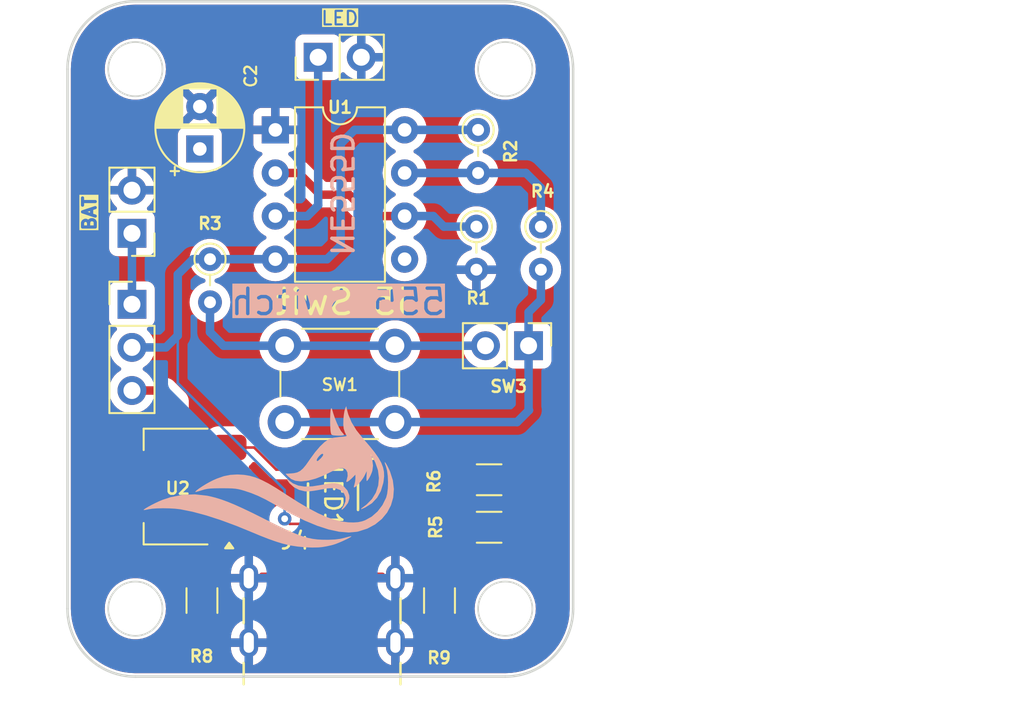
<source format=kicad_pcb>
(kicad_pcb (version 20240108) (generator "pcbnew") (generator_version "8.0")
  (layers (0 "F.Cu" signal) (31 "B.Cu" signal) (34 "B.Paste" user) (35 "F.Paste" user) (36 "B.SilkS" user "B.Silkscreen") (37 "F.SilkS" user "F.Silkscreen") (38 "B.Mask" user) (39 "F.Mask" user) (44 "Edge.Cuts" user))
  (net 0 "")
  (net 1 "Net-(C2-Pad1)")
  (net 2 "GND")
  (net 3 "Net-(U1-THR)")
  (net 4 "/VBAT")
  (net 5 "Net-(U1-DIS)")
  (net 7 "Net-(J4-CC1)")
  (net 8 "/VUSB")
  (net 9 "Net-(J3-Pin_1)")
  (net 10 "Net-(J4-CC2)")
  (net 11 "Net-(LED1-GND-Pad4)")
  (net 12 "/3V3")
  (net 13 "Net-(LED1-GND-Pad1)")
  (net 14 "VCC")
  (footprint "Package_TO_SOT_SMD:SOT-223-3_TabPin2" (layer "F.Cu") (at 116 115 180)
    (property "Reference" "U2" (at -0.1 -0.1 0) (layer "F.SilkS") (effects (font (size 0.7 0.7))))
    (property "Value" "AMS1117-3V3")
    (fp_line (start 1.91 3.41) (end 1.91 2.15) (stroke (width 0.12)) (layer "F.SilkS"))
    (fp_line (start 1.91 -3.41) (end 1.91 -2.15) (stroke (width 0.12)) (layer "F.SilkS"))
    (fp_line (start -1.85 3.41) (end 1.91 3.41) (stroke (width 0.12)) (layer "F.SilkS"))
    (fp_line (start -1.85 -3.41) (end 1.91 -3.41) (stroke (width 0.12)) (layer "F.SilkS"))
    (fp_poly (pts (xy -3.13 -3.31) (xy -3.37 -3.64) (xy -2.89 -3.64) (xy -3.13 -3.31)) (stroke (width 0.12)) (fill solid) (layer "F.SilkS"))
    (pad "1" smd roundrect (at -3.15 -2.3 180) (size 2 1.5) (layers "F.Cu" "F.Paste" "F.Mask") (net 8 "/VUSB"))
    (pad "2" smd roundrect (at -3.15 0 180) (size 2 1.5) (layers "F.Cu" "F.Paste" "F.Mask") (net 2 "GND"))
    (pad "2" smd roundrect (at 3.15 0 180) (size 2 3.8) (layers "F.Cu" "F.Paste" "F.Mask") (net 2 "GND"))
    (pad "3" smd roundrect (at -3.15 2.3 180) (size 2 1.5) (layers "F.Cu" "F.Paste" "F.Mask") (net 12 "/3V3"))
  )
  (footprint "Capacitor_THT:CP_Radial_D5.0mm_P2.50mm" (layer "F.Cu") (at 117.4 95.105113 90)
    (property "Reference" "C2" (at 4.3 3 270) (layer "F.SilkS") (effects (font (size 0.7 0.7) (thickness 0.125))))
    (property "Value" "10uF")
    (fp_line (start 1.29 -2.58) (end 1.29 2.58) (stroke (width 0.12)) (layer "F.SilkS"))
    (fp_line (start 1.25 -2.58) (end 1.25 2.58) (stroke (width 0.12)) (layer "F.SilkS"))
    (fp_line (start 1.33 -2.579) (end 1.33 2.579) (stroke (width 0.12)) (layer "F.SilkS"))
    (fp_line (start 1.37 -2.578) (end 1.37 2.578) (stroke (width 0.12)) (layer "F.SilkS"))
    (fp_line (start 1.41 -2.576) (end 1.41 2.576) (stroke (width 0.12)) (layer "F.SilkS"))
    (fp_line (start 1.45 -2.573) (end 1.45 2.573) (stroke (width 0.12)) (layer "F.SilkS"))
    (fp_line (start 1.49 -2.569) (end 1.49 -1.04) (stroke (width 0.12)) (layer "F.SilkS"))
    (fp_line (start 1.53 -2.565) (end 1.53 -1.04) (stroke (width 0.12)) (layer "F.SilkS"))
    (fp_line (start 1.57 -2.561) (end 1.57 -1.04) (stroke (width 0.12)) (layer "F.SilkS"))
    (fp_line (start 1.61 -2.556) (end 1.61 -1.04) (stroke (width 0.12)) (layer "F.SilkS"))
    (fp_line (start 1.65 -2.55) (end 1.65 -1.04) (stroke (width 0.12)) (layer "F.SilkS"))
    (fp_line (start 1.69 -2.543) (end 1.69 -1.04) (stroke (width 0.12)) (layer "F.SilkS"))
    (fp_line (start 1.73 -2.536) (end 1.73 -1.04) (stroke (width 0.12)) (layer "F.SilkS"))
    (fp_line (start 1.77 -2.528) (end 1.77 -1.04) (stroke (width 0.12)) (layer "F.SilkS"))
    (fp_line (start 1.81 -2.52) (end 1.81 -1.04) (stroke (width 0.12)) (layer "F.SilkS"))
    (fp_line (start 1.85 -2.511) (end 1.85 -1.04) (stroke (width 0.12)) (layer "F.SilkS"))
    (fp_line (start 1.89 -2.501) (end 1.89 -1.04) (stroke (width 0.12)) (layer "F.SilkS"))
    (fp_line (start 1.93 -2.491) (end 1.93 -1.04) (stroke (width 0.12)) (layer "F.SilkS"))
    (fp_line (start 1.971 -2.48) (end 1.971 -1.04) (stroke (width 0.12)) (layer "F.SilkS"))
    (fp_line (start 2.011 -2.468) (end 2.011 -1.04) (stroke (width 0.12)) (layer "F.SilkS"))
    (fp_line (start 2.051 -2.455) (end 2.051 -1.04) (stroke (width 0.12)) (layer "F.SilkS"))
    (fp_line (start 2.091 -2.442) (end 2.091 -1.04) (stroke (width 0.12)) (layer "F.SilkS"))
    (fp_line (start 2.131 -2.428) (end 2.131 -1.04) (stroke (width 0.12)) (layer "F.SilkS"))
    (fp_line (start 2.171 -2.414) (end 2.171 -1.04) (stroke (width 0.12)) (layer "F.SilkS"))
    (fp_line (start 2.211 -2.398) (end 2.211 -1.04) (stroke (width 0.12)) (layer "F.SilkS"))
    (fp_line (start 2.251 -2.382) (end 2.251 -1.04) (stroke (width 0.12)) (layer "F.SilkS"))
    (fp_line (start 2.291 -2.365) (end 2.291 -1.04) (stroke (width 0.12)) (layer "F.SilkS"))
    (fp_line (start 2.331 -2.348) (end 2.331 -1.04) (stroke (width 0.12)) (layer "F.SilkS"))
    (fp_line (start 2.371 -2.329) (end 2.371 -1.04) (stroke (width 0.12)) (layer "F.SilkS"))
    (fp_line (start 2.411 -2.31) (end 2.411 -1.04) (stroke (width 0.12)) (layer "F.SilkS"))
    (fp_line (start 2.451 -2.29) (end 2.451 -1.04) (stroke (width 0.12)) (layer "F.SilkS"))
    (fp_line (start 2.491 -2.268) (end 2.491 -1.04) (stroke (width 0.12)) (layer "F.SilkS"))
    (fp_line (start 2.531 -2.247) (end 2.531 -1.04) (stroke (width 0.12)) (layer "F.SilkS"))
    (fp_line (start 2.571 -2.224) (end 2.571 -1.04) (stroke (width 0.12)) (layer "F.SilkS"))
    (fp_line (start 2.611 -2.2) (end 2.611 -1.04) (stroke (width 0.12)) (layer "F.SilkS"))
    (fp_line (start 2.651 -2.175) (end 2.651 -1.04) (stroke (width 0.12)) (layer "F.SilkS"))
    (fp_line (start 2.691 -2.149) (end 2.691 -1.04) (stroke (width 0.12)) (layer "F.SilkS"))
    (fp_line (start 2.731 -2.122) (end 2.731 -1.04) (stroke (width 0.12)) (layer "F.SilkS"))
    (fp_line (start 2.771 -2.095) (end 2.771 -1.04) (stroke (width 0.12)) (layer "F.SilkS"))
    (fp_line (start 2.811 -2.065) (end 2.811 -1.04) (stroke (width 0.12)) (layer "F.SilkS"))
    (fp_line (start 2.851 -2.035) (end 2.851 -1.04) (stroke (width 0.12)) (layer "F.SilkS"))
    (fp_line (start 2.891 -2.004) (end 2.891 -1.04) (stroke (width 0.12)) (layer "F.SilkS"))
    (fp_line (start 2.931 -1.971) (end 2.931 -1.04) (stroke (width 0.12)) (layer "F.SilkS"))
    (fp_line (start 2.971 -1.937) (end 2.971 -1.04) (stroke (width 0.12)) (layer "F.SilkS"))
    (fp_line (start 3.011 -1.901) (end 3.011 -1.04) (stroke (width 0.12)) (layer "F.SilkS"))
    (fp_line (start 3.051 -1.864) (end 3.051 -1.04) (stroke (width 0.12)) (layer "F.SilkS"))
    (fp_line (start 3.091 -1.826) (end 3.091 -1.04) (stroke (width 0.12)) (layer "F.SilkS"))
    (fp_line (start 3.131 -1.785) (end 3.131 -1.04) (stroke (width 0.12)) (layer "F.SilkS"))
    (fp_line (start 3.171 -1.743) (end 3.171 -1.04) (stroke (width 0.12)) (layer "F.SilkS"))
    (fp_line (start -1.304775 -1.725) (end -1.304775 -1.225) (stroke (width 0.12)) (layer "F.SilkS"))
    (fp_line (start 3.211 -1.699) (end 3.211 -1.04) (stroke (width 0.12)) (layer "F.SilkS"))
    (fp_line (start 3.251 -1.653) (end 3.251 -1.04) (stroke (width 0.12)) (layer "F.SilkS"))
    (fp_line (start 3.291 -1.605) (end 3.291 -1.04) (stroke (width 0.12)) (layer "F.SilkS"))
    (fp_line (start 3.331 -1.554) (end 3.331 -1.04) (stroke (width 0.12)) (layer "F.SilkS"))
    (fp_line (start 3.371 -1.5) (end 3.371 -1.04) (stroke (width 0.12)) (layer "F.SilkS"))
    (fp_line (start -1.554775 -1.475) (end -1.054775 -1.475) (stroke (width 0.12)) (layer "F.SilkS"))
    (fp_line (start 3.411 -1.443) (end 3.411 -1.04) (stroke (width 0.12)) (layer "F.SilkS"))
    (fp_line (start 3.451 -1.383) (end 3.451 -1.04) (stroke (width 0.12)) (layer "F.SilkS"))
    (fp_line (start 3.491 -1.319) (end 3.491 -1.04) (stroke (width 0.12)) (layer "F.SilkS"))
    (fp_line (start 3.531 -1.251) (end 3.531 -1.04) (stroke (width 0.12)) (layer "F.SilkS"))
    (fp_line (start 3.571 -1.178) (end 3.571 1.178) (stroke (width 0.12)) (layer "F.SilkS"))
    (fp_line (start 3.611 -1.098) (end 3.611 1.098) (stroke (width 0.12)) (layer "F.SilkS"))
    (fp_line (start 3.651 -1.011) (end 3.651 1.011) (stroke (width 0.12)) (layer "F.SilkS"))
    (fp_line (start 3.691 -0.915) (end 3.691 0.915) (stroke (width 0.12)) (layer "F.SilkS"))
    (fp_line (start 3.731 -0.805) (end 3.731 0.805) (stroke (width 0.12)) (layer "F.SilkS"))
    (fp_line (start 3.771 -0.677) (end 3.771 0.677) (stroke (width 0.12)) (layer "F.SilkS"))
    (fp_line (start 3.811 -0.518) (end 3.811 0.518) (stroke (width 0.12)) (layer "F.SilkS"))
    (fp_line (start 3.851 -0.284) (end 3.851 0.284) (stroke (width 0.12)) (layer "F.SilkS"))
    (fp_line (start 3.531 1.04) (end 3.531 1.251) (stroke (width 0.12)) (layer "F.SilkS"))
    (fp_line (start 3.491 1.04) (end 3.491 1.319) (stroke (width 0.12)) (layer "F.SilkS"))
    (fp_line (start 3.451 1.04) (end 3.451 1.383) (stroke (width 0.12)) (layer "F.SilkS"))
    (fp_line (start 3.411 1.04) (end 3.411 1.443) (stroke (width 0.12)) (layer "F.SilkS"))
    (fp_line (start 3.371 1.04) (end 3.371 1.5) (stroke (width 0.12)) (layer "F.SilkS"))
    (fp_line (start 3.331 1.04) (end 3.331 1.554) (stroke (width 0.12)) (layer "F.SilkS"))
    (fp_line (start 3.291 1.04) (end 3.291 1.605) (stroke (width 0.12)) (layer "F.SilkS"))
    (fp_line (start 3.251 1.04) (end 3.251 1.653) (stroke (width 0.12)) (layer "F.SilkS"))
    (fp_line (start 3.211 1.04) (end 3.211 1.699) (stroke (width 0.12)) (layer "F.SilkS"))
    (fp_line (start 3.171 1.04) (end 3.171 1.743) (stroke (width 0.12)) (layer "F.SilkS"))
    (fp_line (start 3.131 1.04) (end 3.131 1.785) (stroke (width 0.12)) (layer "F.SilkS"))
    (fp_line (start 3.091 1.04) (end 3.091 1.826) (stroke (width 0.12)) (layer "F.SilkS"))
    (fp_line (start 3.051 1.04) (end 3.051 1.864) (stroke (width 0.12)) (layer "F.SilkS"))
    (fp_line (start 3.011 1.04) (end 3.011 1.901) (stroke (width 0.12)) (layer "F.SilkS"))
    (fp_line (start 2.971 1.04) (end 2.971 1.937) (stroke (width 0.12)) (layer "F.SilkS"))
    (fp_line (start 2.931 1.04) (end 2.931 1.971) (stroke (width 0.12)) (layer "F.SilkS"))
    (fp_line (start 2.891 1.04) (end 2.891 2.004) (stroke (width 0.12)) (layer "F.SilkS"))
    (fp_line (start 2.851 1.04) (end 2.851 2.035) (stroke (width 0.12)) (layer "F.SilkS"))
    (fp_line (start 2.811 1.04) (end 2.811 2.065) (stroke (width 0.12)) (layer "F.SilkS"))
    (fp_line (start 2.771 1.04) (end 2.771 2.095) (stroke (width 0.12)) (layer "F.SilkS"))
    (fp_line (start 2.731 1.04) (end 2.731 2.122) (stroke (width 0.12)) (layer "F.SilkS"))
    (fp_line (start 2.691 1.04) (end 2.691 2.149) (stroke (width 0.12)) (layer "F.SilkS"))
    (fp_line (start 2.651 1.04) (end 2.651 2.175) (stroke (width 0.12)) (layer "F.SilkS"))
    (fp_line (start 2.611 1.04) (end 2.611 2.2) (stroke (width 0.12)) (layer "F.SilkS"))
    (fp_line (start 2.571 1.04) (end 2.571 2.224) (stroke (width 0.12)) (layer "F.SilkS"))
    (fp_line (start 2.531 1.04) (end 2.531 2.247) (stroke (width 0.12)) (layer "F.SilkS"))
    (fp_line (start 2.491 1.04) (end 2.491 2.268) (stroke (width 0.12)) (layer "F.SilkS"))
    (fp_line (start 2.451 1.04) (end 2.451 2.29) (stroke (width 0.12)) (layer "F.SilkS"))
    (fp_line (start 2.411 1.04) (end 2.411 2.31) (stroke (width 0.12)) (layer "F.SilkS"))
    (fp_line (start 2.371 1.04) (end 2.371 2.329) (stroke (width 0.12)) (layer "F.SilkS"))
    (fp_line (start 2.331 1.04) (end 2.331 2.348) (stroke (width 0.12)) (layer "F.SilkS"))
    (fp_line (start 2.291 1.04) (end 2.291 2.365) (stroke (width 0.12)) (layer "F.SilkS"))
    (fp_line (start 2.251 1.04) (end 2.251 2.382) (stroke (width 0.12)) (layer "F.SilkS"))
    (fp_line (start 2.211 1.04) (end 2.211 2.398) (stroke (width 0.12)) (layer "F.SilkS"))
    (fp_line (start 2.171 1.04) (end 2.171 2.414) (stroke (width 0.12)) (layer "F.SilkS"))
    (fp_line (start 2.131 1.04) (end 2.131 2.428) (stroke (width 0.12)) (layer "F.SilkS"))
    (fp_line (start 2.091 1.04) (end 2.091 2.442) (stroke (width 0.12)) (layer "F.SilkS"))
    (fp_line (start 2.051 1.04) (end 2.051 2.455) (stroke (width 0.12)) (layer "F.SilkS"))
    (fp_line (start 2.011 1.04) (end 2.011 2.468) (stroke (width 0.12)) (layer "F.SilkS"))
    (fp_line (start 1.971 1.04) (end 1.971 2.48) (stroke (width 0.12)) (layer "F.SilkS"))
    (fp_line (start 1.93 1.04) (end 1.93 2.491) (stroke (width 0.12)) (layer "F.SilkS"))
    (fp_line (start 1.89 1.04) (end 1.89 2.501) (stroke (width 0.12)) (layer "F.SilkS"))
    (fp_line (start 1.85 1.04) (end 1.85 2.511) (stroke (width 0.12)) (layer "F.SilkS"))
    (fp_line (start 1.81 1.04) (end 1.81 2.52) (stroke (width 0.12)) (layer "F.SilkS"))
    (fp_line (start 1.77 1.04) (end 1.77 2.528) (stroke (width 0.12)) (layer "F.SilkS"))
    (fp_line (start 1.73 1.04) (end 1.73 2.536) (stroke (width 0.12)) (layer "F.SilkS"))
    (fp_line (start 1.69 1.04) (end 1.69 2.543) (stroke (width 0.12)) (layer "F.SilkS"))
    (fp_line (start 1.65 1.04) (end 1.65 2.55) (stroke (width 0.12)) (layer "F.SilkS"))
    (fp_line (start 1.61 1.04) (end 1.61 2.556) (stroke (width 0.12)) (layer "F.SilkS"))
    (fp_line (start 1.57 1.04) (end 1.57 2.561) (stroke (width 0.12)) (layer "F.SilkS"))
    (fp_line (start 1.53 1.04) (end 1.53 2.565) (stroke (width 0.12)) (layer "F.SilkS"))
    (fp_line (start 1.49 1.04) (end 1.49 2.569) (stroke (width 0.12)) (layer "F.SilkS"))
    (fp_circle (center 1.25 0) (end 3.87 0) (stroke (width 0.12)) (fill none) (layer "F.SilkS"))
    (pad "1" thru_hole rect (at 0 0 90) (size 1.6 1.6) (drill 0.8) (layers "*.Cu" "*.Mask") (net 1 "Net-(C2-Pad1)"))
    (pad "2" thru_hole circle (at 2.5 0 90) (size 1.6 1.6) (drill 0.8) (layers "*.Cu" "*.Mask") (net 2 "GND"))
  )
  (footprint "Package_DIP:DIP-8_W7.62mm" (layer "F.Cu") (at 121.85 93.98)
    (property "Reference" "U1" (at 3.81 -1.33 0) (layer "F.SilkS") (effects (font (size 0.7 0.7))))
    (property "Value" "NE555D")
    (fp_line (start 1.16 -1.33) (end 1.16 8.95) (stroke (width 0.12)) (layer "F.SilkS"))
    (fp_line (start 1.16 8.95) (end 6.46 8.95) (stroke (width 0.12)) (layer "F.SilkS"))
    (fp_line (start 2.81 -1.33) (end 1.16 -1.33) (stroke (width 0.12)) (layer "F.SilkS"))
    (fp_line (start 6.46 -1.33) (end 4.81 -1.33) (stroke (width 0.12)) (layer "F.SilkS"))
    (fp_line (start 6.46 8.95) (end 6.46 -1.33) (stroke (width 0.12)) (layer "F.SilkS"))
    (fp_arc (start 4.81 -1.33) (mid 3.81 -0.33) (end 2.81 -1.33) (stroke (width 0.12)) (layer "F.SilkS"))
    (pad "1" thru_hole rect (at 0 0) (size 1.6 1.6) (drill 0.8) (layers "*.Cu" "*.Mask") (net 2 "GND"))
    (pad "2" thru_hole oval (at 0 2.54) (size 1.6 1.6) (drill 0.8) (layers "*.Cu" "*.Mask") (net 3 "Net-(U1-THR)"))
    (pad "3" thru_hole oval (at 0 5.08) (size 1.6 1.6) (drill 0.8) (layers "*.Cu" "*.Mask") (net 9 "Net-(J3-Pin_1)"))
    (pad "4" thru_hole oval (at 0 7.62) (size 1.6 1.6) (drill 0.8) (layers "*.Cu" "*.Mask") (net 14 "VCC"))
    (pad "5" thru_hole oval (at 7.62 7.62) (size 1.6 1.6) (drill 0.8) (layers "*.Cu" "*.Mask"))
    (pad "6" thru_hole oval (at 7.62 5.08) (size 1.6 1.6) (drill 0.8) (layers "*.Cu" "*.Mask") (net 3 "Net-(U1-THR)"))
    (pad "7" thru_hole oval (at 7.62 2.54) (size 1.6 1.6) (drill 0.8) (layers "*.Cu" "*.Mask") (net 5 "Net-(U1-DIS)"))
    (pad "8" thru_hole oval (at 7.62 0) (size 1.6 1.6) (drill 0.8) (layers "*.Cu" "*.Mask") (net 14 "VCC"))
  )
  (footprint "Resistor_THT:R_Axial_DIN0204_L3.6mm_D1.6mm_P2.54mm_Vertical" (layer "F.Cu") (at 137.5 99.68 -90)
    (property "Reference" "R4" (at -2.08 -0.1 0) (layer "F.SilkS") (effects (font (size 0.7 0.7))))
    (property "Value" "10k")
    (fp_line (start 0.92 0) (end 1.54 0) (stroke (width 0.12)) (layer "F.SilkS"))
    (fp_circle (center 0 0) (end 0.92 0) (stroke (width 0.12)) (fill none) (layer "F.SilkS"))
    (pad "1" thru_hole circle (at 0 0 270) (size 1.4 1.4) (drill 0.7) (layers "*.Cu" "*.Mask") (net 5 "Net-(U1-DIS)"))
    (pad "2" thru_hole oval (at 2.54 0 270) (size 1.4 1.4) (drill 0.7) (layers "*.Cu" "*.Mask") (net 1 "Net-(C2-Pad1)"))
  )
  (footprint "Resistor_SMD:R_1206_3216Metric_Pad1.30x1.75mm_HandSolder" (layer "F.Cu") (at 134.45 117.4)
    (property "Reference" "R5" (at -3.15 0 90) (layer "F.SilkS") (effects (font (size 0.7 0.7))))
    (property "Value" "5k1")
    (fp_line (start -0.727064 -0.91) (end 0.727064 -0.91) (stroke (width 0.12)) (layer "F.SilkS"))
    (fp_line (start -0.727064 0.91) (end 0.727064 0.91) (stroke (width 0.12)) (layer "F.SilkS"))
    (pad "1" smd roundrect (at -1.55 0) (size 1.3 1.75) (layers "F.Cu" "F.Paste" "F.Mask") (roundrect_rratio 0.192308) (net 11 "Net-(LED1-GND-Pad4)"))
    (pad "2" smd roundrect (at 1.55 0) (size 1.3 1.75) (layers "F.Cu" "F.Paste" "F.Mask") (roundrect_rratio 0.192308) (net 2 "GND"))
  )
  (footprint "Connector_PinHeader_2.54mm:PinHeader_1x02_P2.54mm_Vertical" (layer "F.Cu") (at 113.4 100.075 180)
    (property "Reference" "J1" (hide yes))
    (property "Value" "3V3")
    (fp_line (start 1.33 1.27) (end 1.33 3.87) (stroke (width 0.12)) (layer "F.SilkS"))
    (fp_line (start -1.33 3.87) (end 1.33 3.87) (stroke (width 0.12)) (layer "F.SilkS"))
    (fp_line (start -1.33 1.27) (end 1.33 1.27) (stroke (width 0.12)) (layer "F.SilkS"))
    (fp_line (start -1.33 1.27) (end -1.33 3.87) (stroke (width 0.12)) (layer "F.SilkS"))
    (fp_line (start -1.33 0) (end -1.33 -1.33) (stroke (width 0.12)) (layer "F.SilkS"))
    (fp_line (start -1.33 -1.33) (end 0 -1.33) (stroke (width 0.12)) (layer "F.SilkS"))
    (pad "1" thru_hole rect (at 0 0 180) (size 1.7 1.7) (drill 1) (layers "*.Cu" "*.Mask") (net 4 "/VBAT"))
    (pad "2" thru_hole oval (at 0 2.54 180) (size 1.7 1.7) (drill 1) (layers "*.Cu" "*.Mask") (net 2 "GND"))
  )
  (footprint "Alexander Footprint Library:USB-C MOLEX 2171750001" (layer "F.Cu") (at 124.605 126.8)
    (property "Reference" "J4" (at -1.5875 -8.605 0) (layer "F.SilkS"))
    (property "Value" "USB-C_Receptacle_PowerOnly_6P_MOLEX-2171750001")
    (fp_line (start -4.62 -3.75) (end -4.62 -5.2) (stroke (width 0.15)) (layer "F.SilkS"))
    (fp_line (start -4.62 -0.15) (end -4.62 -1.4) (stroke (width 0.15)) (layer "F.SilkS"))
    (fp_line (start 4.62 -3.75) (end 4.62 -5.2) (stroke (width 0.15)) (layer "F.SilkS"))
    (fp_line (start 4.62 -0.15) (end 4.62 -1.4) (stroke (width 0.15)) (layer "F.SilkS"))
    (pad "A5" smd rect (at -0.5 -6.48) (size 0.7 1.2) (layers "F.Cu" "F.Paste") (net 7 "Net-(J4-CC1)"))
    (pad "A9" smd rect (at 1.52 -6.48) (size 0.76 1.2) (layers "F.Cu" "F.Paste") (net 8 "/VUSB"))
    (pad "A12" smd rect (at 2.75 -6.48) (size 0.8 1.2) (layers "F.Cu" "F.Paste") (net 2 "GND"))
    (pad "B5" smd rect (at 0.5 -6.48) (size 0.7 1.2) (layers "F.Cu" "F.Paste") (net 10 "Net-(J4-CC2)"))
    (pad "B9" smd rect (at -1.52 -6.48) (size 0.76 1.2) (layers "F.Cu" "F.Paste") (net 8 "/VUSB"))
    (pad "B12" smd rect (at -2.75 -6.48) (size 0.8 1.2) (layers "F.Cu" "F.Paste") (net 2 "GND"))
    (pad "S1" thru_hole oval (at -4.32 -2.6) (size 1.1 1.7) (drill oval 0.6 1.2) (layers "*.Cu" "*.Mask") (net 2 "GND"))
    (pad "S2" thru_hole oval (at 4.32 -2.6) (size 1.1 1.7) (drill oval 0.6 1.2) (layers "*.Cu" "*.Mask") (net 2 "GND"))
    (pad "S3" thru_hole oval (at -4.32 -6.4) (size 1.1 1.7) (drill oval 0.6 1.2) (layers "*.Cu" "*.Mask") (net 2 "GND"))
    (pad "S4" thru_hole oval (at 4.32 -6.4) (size 1.1 1.7) (drill oval 0.6 1.2) (layers "*.Cu" "*.Mask") (net 2 "GND"))
  )
  (footprint "Alexander Footprint Library:B1552_HVK-M" (layer "F.Cu") (at 125.249999 115.6002 -90)
    (property "Reference" "LED1" (at 0 0 -90) (layer "F.SilkS"))
    (property "Value" "LED-RED-GREEN-B1552USUG20D")
    (fp_line (start -0.777373 1.4732) (end 0.777373 1.4732) (stroke (width 0.1524)) (layer "F.SilkS"))
    (fp_line (start -0.777373 -1.4732) (end 0.777373 -1.4732) (stroke (width 0.1524)) (layer "F.SilkS"))
    (fp_text user "*" (at -2.2352 -1.8041 -90) (layer "F.SilkS"))
    (fp_text user "*" (at -2.2352 -1.8041 90) (layer "F.SilkS"))
    (pad "1" smd rect (at -1.6002 -0.750001 270) (size 1.1176 1.0414) (layers "F.Cu" "F.Paste" "F.Mask") (net 13 "Net-(LED1-GND-Pad1)"))
    (pad "2" smd rect (at -1.6002 0.750001 270) (size 1.1176 1.0414) (layers "F.Cu" "F.Paste" "F.Mask") (net 12 "/3V3"))
    (pad "3" smd rect (at 1.6002 0.750001 270) (size 1.1176 1.0414) (layers "F.Cu" "F.Paste" "F.Mask") (net 14 "VCC"))
    (pad "4" smd rect (at 1.6002 -0.750001 270) (size 1.1176 1.0414) (layers "F.Cu" "F.Paste" "F.Mask") (net 11 "Net-(LED1-GND-Pad4)"))
  )
  (footprint "Resistor_SMD:R_1206_3216Metric_Pad1.30x1.75mm_HandSolder" (layer "F.Cu") (at 117.525 121.72 -90)
    (property "Reference" "R8" (at 3.28 0.025 0) (layer "F.SilkS") (effects (font (size 0.7 0.7))))
    (property "Value" "5K7")
    (fp_line (start -0.727064 0.91) (end 0.727064 0.91) (stroke (width 0.12)) (layer "F.SilkS"))
    (fp_line (start -0.727064 -0.91) (end 0.727064 -0.91) (stroke (width 0.12)) (layer "F.SilkS"))
    (pad "1" smd roundrect (at -1.55 0 270) (size 1.3 1.75) (layers "F.Cu" "F.Paste" "F.Mask") (roundrect_rratio 0.192308) (net 2 "GND"))
    (pad "2" smd roundrect (at 1.55 0 270) (size 1.3 1.75) (layers "F.Cu" "F.Paste" "F.Mask") (roundrect_rratio 0.192308) (net 7 "Net-(J4-CC1)"))
  )
  (footprint "Connector_PinHeader_2.54mm:PinHeader_1x03_P2.54mm_Vertical" (layer "F.Cu") (at 113.4 104.26)
    (property "Reference" "SW2" (hide yes))
    (property "Value" "SW_SPDT")
    (fp_line (start -1.33 -1.33) (end 0 -1.33) (stroke (width 0.12)) (layer "F.SilkS"))
    (fp_line (start -1.33 0) (end -1.33 -1.33) (stroke (width 0.12)) (layer "F.SilkS"))
    (fp_line (start -1.33 1.27) (end -1.33 6.41) (stroke (width 0.12)) (layer "F.SilkS"))
    (fp_line (start -1.33 1.27) (end 1.33 1.27) (stroke (width 0.12)) (layer "F.SilkS"))
    (fp_line (start -1.33 6.41) (end 1.33 6.41) (stroke (width 0.12)) (layer "F.SilkS"))
    (fp_line (start 1.33 1.27) (end 1.33 6.41) (stroke (width 0.12)) (layer "F.SilkS"))
    (pad "1" thru_hole rect (at 0 0) (size 1.7 1.7) (drill 1) (layers "*.Cu" "*.Mask") (net 4 "/VBAT"))
    (pad "2" thru_hole oval (at 0 2.54) (size 1.7 1.7) (drill 1) (layers "*.Cu" "*.Mask") (net 14 "VCC"))
    (pad "3" thru_hole oval (at 0 5.08) (size 1.7 1.7) (drill 1) (layers "*.Cu" "*.Mask") (net 12 "/3V3"))
  )
  (footprint "Resistor_SMD:R_1206_3216Metric_Pad1.30x1.75mm_HandSolder" (layer "F.Cu") (at 134.45 114.6)
    (property "Reference" "R6" (at -3.25 0.1 90) (layer "F.SilkS") (effects (font (size 0.7 0.7))))
    (property "Value" "5k1")
    (fp_line (start -0.727064 -0.91) (end 0.727064 -0.91) (stroke (width 0.12)) (layer "F.SilkS"))
    (fp_line (start -0.727064 0.91) (end 0.727064 0.91) (stroke (width 0.12)) (layer "F.SilkS"))
    (pad "1" smd roundrect (at -1.55 0) (size 1.3 1.75) (layers "F.Cu" "F.Paste" "F.Mask") (roundrect_rratio 0.192308) (net 13 "Net-(LED1-GND-Pad1)"))
    (pad "2" smd roundrect (at 1.55 0) (size 1.3 1.75) (layers "F.Cu" "F.Paste" "F.Mask") (roundrect_rratio 0.192308) (net 2 "GND"))
  )
  (footprint "Resistor_SMD:R_1206_3216Metric_Pad1.30x1.75mm_HandSolder" (layer "F.Cu") (at 131.525 121.72 -90)
    (property "Reference" "R9" (at 3.38 0.025 0) (layer "F.SilkS") (effects (font (size 0.7 0.7))))
    (property "Value" "5K7")
    (fp_line (start -0.727064 0.91) (end 0.727064 0.91) (stroke (width 0.12)) (layer "F.SilkS"))
    (fp_line (start -0.727064 -0.91) (end 0.727064 -0.91) (stroke (width 0.12)) (layer "F.SilkS"))
    (pad "1" smd roundrect (at -1.55 0 270) (size 1.3 1.75) (layers "F.Cu" "F.Paste" "F.Mask") (roundrect_rratio 0.192308) (net 2 "GND"))
    (pad "2" smd roundrect (at 1.55 0 270) (size 1.3 1.75) (layers "F.Cu" "F.Paste" "F.Mask") (roundrect_rratio 0.192308) (net 10 "Net-(J4-CC2)"))
  )
  (footprint "Resistor_THT:R_Axial_DIN0204_L3.6mm_D1.6mm_P2.54mm_Vertical" (layer "F.Cu") (at 133.7 99.68 -90)
    (property "Reference" "R1" (at 4.22 -0.1 0) (layer "F.SilkS") (effects (font (size 0.7 0.7))))
    (property "Value" "10k")
    (fp_line (start 0.92 0) (end 1.54 0) (stroke (width 0.12)) (layer "F.SilkS"))
    (fp_circle (center 0 0) (end 0.92 0) (stroke (width 0.12)) (fill none) (layer "F.SilkS"))
    (pad "1" thru_hole circle (at 0 0 270) (size 1.4 1.4) (drill 0.7) (layers "*.Cu" "*.Mask") (net 3 "Net-(U1-THR)"))
    (pad "2" thru_hole oval (at 2.54 0 270) (size 1.4 1.4) (drill 0.7) (layers "*.Cu" "*.Mask") (net 2 "GND"))
  )
  (footprint "Resistor_THT:R_Axial_DIN0204_L3.6mm_D1.6mm_P2.54mm_Vertical" (layer "F.Cu") (at 133.8 93.98 -90)
    (property "Reference" "R2" (at 1.27 -1.92 90) (layer "F.SilkS") (effects (font (size 0.7 0.7))))
    (property "Value" "10k")
    (fp_line (start 0.92 0) (end 1.54 0) (stroke (width 0.12)) (layer "F.SilkS"))
    (fp_circle (center 0 0) (end 0.92 0) (stroke (width 0.12)) (fill none) (layer "F.SilkS"))
    (pad "1" thru_hole circle (at 0 0 270) (size 1.4 1.4) (drill 0.7) (layers "*.Cu" "*.Mask") (net 14 "VCC"))
    (pad "2" thru_hole oval (at 2.54 0 270) (size 1.4 1.4) (drill 0.7) (layers "*.Cu" "*.Mask") (net 5 "Net-(U1-DIS)"))
  )
  (footprint "Connector_PinHeader_2.54mm:PinHeader_1x02_P2.54mm_Vertical" (layer "F.Cu") (at 124.375 89.7 90)
    (property "Reference" "J3" (hide yes))
    (property "Value" "OUT")
    (fp_line (start -1.33 -1.33) (end 0 -1.33) (stroke (width 0.12)) (layer "F.SilkS"))
    (fp_line (start -1.33 0) (end -1.33 -1.33) (stroke (width 0.12)) (layer "F.SilkS"))
    (fp_line (start 1.33 1.27) (end 1.33 3.87) (stroke (width 0.12)) (layer "F.SilkS"))
    (fp_line (start -1.33 1.27) (end 1.33 1.27) (stroke (width 0.12)) (layer "F.SilkS"))
    (fp_line (start -1.33 1.27) (end -1.33 3.87) (stroke (width 0.12)) (layer "F.SilkS"))
    (fp_line (start -1.33 3.87) (end 1.33 3.87) (stroke (width 0.12)) (layer "F.SilkS"))
    (pad "1" thru_hole rect (at 0 0 90) (size 1.7 1.7) (drill 1) (layers "*.Cu" "*.Mask") (net 9 "Net-(J3-Pin_1)"))
    (pad "2" thru_hole oval (at 0 2.54 90) (size 1.7 1.7) (drill 1) (layers "*.Cu" "*.Mask") (net 2 "GND"))
  )
  (footprint "Connector_PinHeader_2.54mm:PinHeader_1x02_P2.54mm_Vertical" (layer "F.Cu") (at 136.775 106.7 -90)
    (property "Reference" "SW3" (at 2.4 1.175 0) (layer "F.SilkS") (effects (font (size 0.7 0.7))))
    (property "Value" "SW_Reed")
    (fp_line (start -1.33 3.87) (end 1.33 3.87) (stroke (width 0.12)) (layer "F.SilkS"))
    (fp_line (start -1.33 1.27) (end -1.33 3.87) (stroke (width 0.12)) (layer "F.SilkS"))
    (fp_line (start -1.33 1.27) (end 1.33 1.27) (stroke (width 0.12)) (layer "F.SilkS"))
    (fp_line (start 1.33 1.27) (end 1.33 3.87) (stroke (width 0.12)) (layer "F.SilkS"))
    (fp_line (start -1.33 0) (end -1.33 -1.33) (stroke (width 0.12)) (layer "F.SilkS"))
    (fp_line (start -1.33 -1.33) (end 0 -1.33) (stroke (width 0.12)) (layer "F.SilkS"))
    (pad "1" thru_hole rect (at 0 0 270) (size 1.7 1.7) (drill 1) (layers "*.Cu" "*.Mask") (net 1 "Net-(C2-Pad1)"))
    (pad "2" thru_hole oval (at 0 2.54 270) (size 1.7 1.7) (drill 1) (layers "*.Cu" "*.Mask") (net 3 "Net-(U1-THR)"))
  )
  (footprint "Resistor_THT:R_Axial_DIN0204_L3.6mm_D1.6mm_P2.54mm_Vertical" (layer "F.Cu") (at 118 101.6 -90)
    (property "Reference" "R3" (at -2.1 0 0) (layer "F.SilkS") (effects (font (size 0.7 0.7))))
    (property "Value" "10k")
    (fp_line (start 0.92 0) (end 1.54 0) (stroke (width 0.12)) (layer "F.SilkS"))
    (fp_circle (center 0 0) (end 0.92 0) (stroke (width 0.12)) (fill none) (layer "F.SilkS"))
    (pad "1" thru_hole circle (at 0 0 270) (size 1.4 1.4) (drill 0.7) (layers "*.Cu" "*.Mask") (net 14 "VCC"))
    (pad "2" thru_hole oval (at 2.54 0 270) (size 1.4 1.4) (drill 0.7) (layers "*.Cu" "*.Mask") (net 3 "Net-(U1-THR)"))
  )
  (footprint "Button_Switch_THT:SW_PUSH_6mm" (layer "F.Cu") (at 122.4 106.7)
    (property "Reference" "SW1" (at 3.25 2.3 0) (layer "F.SilkS") (effects (font (size 0.7 0.7) (thickness 0.125))))
    (property "Value" "SW_Push")
    (fp_line (start -0.25 1.5) (end -0.25 3) (stroke (width 0.12)) (layer "F.SilkS"))
    (fp_line (start 1 5.5) (end 5.5 5.5) (stroke (width 0.12)) (layer "F.SilkS"))
    (fp_line (start 5.5 -1) (end 1 -1) (stroke (width 0.12)) (layer "F.SilkS"))
    (fp_line (start 6.75 3) (end 6.75 1.5) (stroke (width 0.12)) (layer "F.SilkS"))
    (pad "1" thru_hole circle (at 0 0 90) (size 2 2) (drill 1.1) (layers "*.Cu" "*.Mask") (net 3 "Net-(U1-THR)"))
    (pad "1" thru_hole circle (at 6.5 0 90) (size 2 2) (drill 1.1) (layers "*.Cu" "*.Mask") (net 3 "Net-(U1-THR)"))
    (pad "2" thru_hole circle (at 0 4.5 90) (size 2 2) (drill 1.1) (layers "*.Cu" "*.Mask") (net 1 "Net-(C2-Pad1)"))
    (pad "2" thru_hole circle (at 6.5 4.5 90) (size 2 2) (drill 1.1) (layers "*.Cu" "*.Mask") (net 1 "Net-(C2-Pad1)"))
  )
  (footprint "LOGO" (layer "B.Cu") (at 121.4 114.4 180)
    (property "Reference" "G***" (hide yes))
    (property "Value" "LOGO" (hide yes))
    (fp_poly (pts (xy -5.335668 -1.973085) (xy -5.363457 -2.000875) (xy -5.391247 -1.973085) (xy -5.363457 -1.945295)) (fill solid) (layer "B.SilkS"))
    (fp_poly (pts (xy -3.72712 3.989192) (xy -3.720697 3.973961) (xy -3.701102 3.866879) (xy -3.687804 3.678866) (xy -3.680882 3.439975) (xy -3.680421 3.180261) (xy -3.686502 2.929778) (xy -3.699208 2.718581) (xy -3.716893 2.584464) (xy -3.741095 2.495828) (xy -3.784399 2.444513) (xy -3.873902 2.418422) (xy -4.036701 2.405456) (xy -4.127166 2.40129) (xy -4.314775 2.400001) (xy -4.449213 2.412314) (xy -4.501944 2.435572) (xy -4.501969 2.436169) (xy -4.463752 2.510156) (xy -4.414064 2.560438) (xy -4.317104 2.679269) (xy -4.202066 2.879038) (xy -4.080896 3.133656) (xy -3.965538 3.417032) (xy -3.867936 3.703076) (xy -3.83055 3.835011) (xy -3.788365 3.978468) (xy -3.75726 4.025597)) (fill solid) (layer "B.SilkS"))
    (fp_poly (pts (xy -1.16813 -0.243105) (xy -1.254216 -0.368794) (xy -1.28983 -0.413219) (xy -1.537879 -0.635483) (xy -1.849965 -0.79747) (xy -2.187325 -0.881187) (xy -2.314341 -0.888735) (xy -2.497037 -0.877155) (xy -2.746282 -0.845689) (xy -3.020446 -0.800025) (xy -3.14804 -0.774864) (xy -3.516275 -0.710602) (xy -3.805925 -0.692046) (xy -4.04028 -0.720434) (xy -4.242632 -0.797) (xy -4.312229 -0.836658) (xy -4.497239 -1.008267) (xy -4.588805 -1.225532) (xy -4.584459 -1.470239) (xy -4.481739 -1.724177) (xy -4.44078 -1.786433) (xy -4.359302 -1.917364) (xy -4.351943 -1.969709) (xy -4.412174 -1.941384) (xy -4.533468 -1.830304) (xy -4.544045 -1.819408) (xy -4.734665 -1.563229) (xy -4.815304 -1.302684) (xy -4.806573 -1.114052) (xy -4.700145 -0.833593) (xy -4.503297 -0.610752) (xy -4.312939 -0.494963) (xy -4.14564 -0.432054) (xy -3.973801 -0.400998) (xy -3.772034 -0.401933) (xy -3.514951 -0.434994) (xy -3.177163 -0.500319) (xy -3.173511 -0.501089) (xy -2.63863 -0.587136) (xy -2.183217 -0.60137) (xy -1.801259 -0.543037) (xy -1.486742 -0.411382) (xy -1.292451 -0.264967) (xy -1.187436 -0.180532) (xy -1.145933 -0.176798)) (fill solid) (layer "B.SilkS"))
    (fp_poly (pts (xy 5.006815 -1.088445) (xy 5.716318 -1.225058) (xy 6.200827 -1.383806) (xy 6.403664 -1.468934) (xy 6.626548 -1.573239) (xy 6.848558 -1.685444) (xy 7.048775 -1.794268) (xy 7.20628 -1.888432) (xy 7.300154 -1.956656) (xy 7.315527 -1.984838) (xy 7.254956 -1.98449) (xy 7.122033 -1.961789) (xy 7.024333 -1.940189) (xy 6.806471 -1.906915) (xy 6.509925 -1.886858) (xy 6.16638 -1.879979) (xy 5.807519 -1.886237) (xy 5.465025 -1.905592) (xy 5.170583 -1.938004) (xy 5.141138 -1.942582) (xy 4.426362 -2.086382) (xy 3.63366 -2.298797) (xy 2.770609 -2.57741) (xy 1.844784 -2.919804) (xy 1.010836 -3.260583) (xy 0.441355 -3.497514) (xy -0.046623 -3.688235) (xy -0.469864 -3.838501) (xy -0.845133 -3.954062) (xy -1.189195 -4.040673) (xy -1.371928 -4.078191) (xy -1.768371 -4.138227) (xy -2.195636 -4.177783) (xy -2.616347 -4.195041) (xy -2.993123 -4.188182) (xy -3.212913 -4.167752) (xy -3.467108 -4.123955) (xy -3.736305 -4.064944) (xy -3.876552 -4.027934) (xy -4.038283 -3.972815) (xy -4.23561 -3.893936) (xy -4.4451 -3.802307) (xy -4.643316 -3.708932) (xy -4.806823 -3.624819) (xy -4.912187 -3.560974) (xy -4.93761 -3.529586) (xy -4.878362 -3.533932) (xy -4.740991 -3.564298) (xy -4.553715 -3.61434) (xy -4.52896 -3.621444) (xy -4.263761 -3.683348) (xy -3.968882 -3.720103) (xy -3.608736 -3.735703) (xy -3.501532 -3.73678) (xy -3.19922 -3.733182) (xy -2.919835 -3.716451) (xy -2.650591 -3.682285) (xy -2.378702 -3.626385) (xy -2.091382 -3.544451) (xy -1.775843 -3.432183) (xy -1.419301 -3.28528) (xy -1.008967 -3.099444) (xy -0.532057 -2.870373) (xy 0.024217 -2.593769) (xy 0.277899 -2.465774) (xy 0.908788 -2.151193) (xy 1.457458 -1.888515) (xy 1.937016 -1.672463) (xy 2.360572 -1.497764) (xy 2.741233 -1.359144) (xy 3.092107 -1.251328) (xy 3.426303 -1.169041) (xy 3.575896 -1.138716) (xy 4.289098 -1.059268)) (fill solid) (layer "B.SilkS"))
    (fp_poly (pts (xy -6.905998 0.758162) (xy -6.962759 0.600951) (xy -7.033118 0.344256) (xy -7.076378 0.016472) (xy -7.092183 -0.34585) (xy -7.080174 -0.706159) (xy -7.039992 -1.027906) (xy -6.980883 -1.250547) (xy -6.763375 -1.690507) (xy -6.474123 -2.069435) (xy -6.127243 -2.373404) (xy -5.73685 -2.588488) (xy -5.563615 -2.648878) (xy -5.327801 -2.699081) (xy -5.056923 -2.71721) (xy -4.755393 -2.708697) (xy -4.35446 -2.660239) (xy -3.927847 -2.556931) (xy -3.466953 -2.394884) (xy -2.963179 -2.17021) (xy -2.407923 -1.879024) (xy -1.792584 -1.517437) (xy -1.108562 -1.081562) (xy -1.0071 -1.01457) (xy -0.492206 -0.683257) (xy -0.044687 -0.419341) (xy 0.351284 -0.216499) (xy 0.71153 -0.068411) (xy 1.051879 0.031245) (xy 1.388155 0.088791) (xy 1.736184 0.110546) (xy 1.811196 0.11116) (xy 2.209545 0.08793) (xy 2.587906 0.011875) (xy 2.985773 -0.126555) (xy 3.220465 -0.229596) (xy 3.426096 -0.333288) (xy 3.645126 -0.457079) (xy 3.857915 -0.588021) (xy 4.044822 -0.71317) (xy 4.186205 -0.819577) (xy 4.262422 -0.894296) (xy 4.267621 -0.919833) (xy 4.208774 -0.913924) (xy 4.073957 -0.878799) (xy 3.892101 -0.822016) (xy 3.888205 -0.820718) (xy 3.725225 -0.77192) (xy 3.56218 -0.738179) (xy 3.373334 -0.71692) (xy 3.132947 -0.705567) (xy 2.815283 -0.701544) (xy 2.695624 -0.701384) (xy 2.35618 -0.703448) (xy 2.098843 -0.711561) (xy 1.894597 -0.729039) (xy 1.714421 -0.7592) (xy 1.529299 -0.805361) (xy 1.367243 -0.853246) (xy 0.950955 -0.993823) (xy 0.547075 -1.159732) (xy 0.126735 -1.364384) (xy -0.338935 -1.621188) (xy -0.542279 -1.74028) (xy -1.387822 -2.215648) (xy -2.179537 -2.606384) (xy -2.915301 -2.911815) (xy -3.59299 -3.131273) (xy -4.210479 -3.264085) (xy -4.765643 -3.30958) (xy -5.256358 -3.267087) (xy -5.328395 -3.252158) (xy -5.86764 -3.080586) (xy -6.335668 -2.830855) (xy -6.727607 -2.512655) (xy -7.038587 -2.135675) (xy -7.263735 -1.709605) (xy -7.39818 -1.244134) (xy -7.437052 -0.748952) (xy -7.375479 -0.233748) (xy -7.20859 0.291789) (xy -7.162597 0.396304) (xy -7.060917 0.603512) (xy -6.977088 0.750807) (xy -6.918438 0.830684) (xy -6.892299 0.835638)) (fill solid) (layer "B.SilkS"))
    (fp_poly (pts (xy -4.556503 3.973961) (xy -4.520533 3.840385) (xy -4.487756 3.634631) (xy -4.464038 3.395647) (xy -4.460134 3.333896) (xy -4.454225 3.038515) (xy -4.480237 2.807976) (xy -4.54713 2.598354) (xy -4.654092 2.383309) (xy -4.612375 2.364187) (xy -4.484682 2.344093) (xy -4.2961 2.32668) (xy -4.240174 2.323042) (xy -3.873323 2.277556) (xy -3.602294 2.191422) (xy -3.584521 2.182588) (xy -3.348899 2.020904) (xy -3.082371 1.766082) (xy -2.794532 1.428501) (xy -2.49498 1.018542) (xy -2.458084 0.964056) (xy -2.251081 0.669692) (xy -2.075655 0.459558) (xy -1.912351 0.319129) (xy -1.741716 0.23388) (xy -1.544295 0.189288) (xy -1.402354 0.175843) (xy -1.049214 0.153357) (xy -1.17767 0.015818) (xy -1.384103 -0.158726) (xy -1.620776 -0.258269) (xy -1.91889 -0.294599) (xy -2.000875 -0.295241) (xy -2.386755 -0.252234) (xy -2.829533 -0.133031) (xy -3.31108 0.056544) (xy -3.709428 0.253548) (xy -4.010174 0.401117) (xy -4.241961 0.478647) (xy -4.420301 0.48836) (xy -4.560706 0.432478) (xy -4.618459 0.38373) (xy -4.698395 0.231726) (xy -4.711815 0.024236) (xy -4.657293 -0.20412) (xy -4.643968 -0.236214) (xy -4.627839 -0.319252) (xy -4.677618 -0.328735) (xy -4.78048 -0.269581) (xy -4.9236 -0.146704) (xy -4.953147 -0.117698) (xy -5.168928 0.098082) (xy -5.168928 -0.11408) (xy -5.153411 -0.299881) (xy -5.115666 -0.465845) (xy -5.111793 -0.476519) (xy -5.078233 -0.591861) (xy -5.07906 -0.651197) (xy -5.13753 -0.639037) (xy -5.240535 -0.557561) (xy -5.368361 -0.428161) (xy -5.501289 -0.27223) (xy -5.619604 -0.11116) (xy -5.6963 0.018497) (xy -5.838743 0.305689) (xy -5.82342 0.013861) (xy -5.819631 -0.148953) (xy -5.826307 -0.2547) (xy -5.835886 -0.277554) (xy -5.89623 -0.229792) (xy -5.977644 -0.108472) (xy -6.063382 0.055435) (xy -6.136699 0.230957) (xy -6.171345 0.342865) (xy -6.207717 0.632127) (xy -6.178753 0.870168) (xy -6.149992 1.029127) (xy -6.140164 1.13666) (xy -6.144537 1.160875) (xy -6.177076 1.12602) (xy -6.241939 1.0129) (xy -6.326013 0.844699) (xy -6.339244 0.816636) (xy -6.49792 0.360813) (xy -6.554463 -0.096231) (xy -6.512178 -0.540542) (xy -6.374371 -0.958169) (xy -6.144345 -1.335159) (xy -5.825407 -1.657561) (xy -5.737359 -1.724292) (xy -5.56755 -1.851199) (xy -5.4929 -1.920809) (xy -5.513486 -1.933402) (xy -5.629383 -1.889262) (xy -5.764656 -1.826023) (xy -6.144627 -1.582948) (xy -6.447032 -1.261132) (xy -6.670071 -0.86317) (xy -6.811949 -0.391655) (xy -6.830695 -0.28709) (xy -6.861483 -0.001007) (xy -6.853395 0.266591) (xy -6.800141 0.528729) (xy -6.695433 0.798433) (xy -6.53298 1.088728) (xy -6.419832 1.250547) (xy -6.113786 1.250547) (xy -6.085996 1.222757) (xy -6.058206 1.250547) (xy -6.085996 1.278337) (xy -6.113786 1.250547) (xy -6.419832 1.250547) (xy -6.384164 1.301558) (xy -3.276553 1.301558) (xy -3.249487 1.2128) (xy -3.144391 1.080121) (xy -3.116748 1.051742) (xy -2.989426 0.933278) (xy -2.919109 0.895195) (xy -2.891998 0.932181) (xy -2.890153 0.964532) (xy -2.927111 1.055442) (xy -3.015279 1.172388) (xy -3.120597 1.277341) (xy -3.209007 1.332273) (xy -3.220979 1.333917) (xy -3.276553 1.301558) (xy -6.384164 1.301558) (xy -6.306493 1.41264) (xy -6.009684 1.783195) (xy -5.636262 2.213417) (xy -5.608104 2.244971) (xy -5.233172 2.714919) (xy -4.945024 3.185268) (xy -4.751728 3.642009) (xy -4.703359 3.815277) (xy -4.626773 4.1407)) (fill solid) (layer "B.SilkS"))
  )
  (gr_line (start 113.6 86.4) (end 135.4 86.4) (stroke (width 0.15)) (layer "Edge.Cuts"))
  (gr_line (start 135.4 126.2) (end 113.6 126.2) (stroke (width 0.15)) (layer "Edge.Cuts"))
  (gr_arc (start 135.4 86.4) (mid 138.228427 87.571573) (end 139.4 90.4) (stroke (width 0.15)) (layer "Edge.Cuts"))
  (gr_arc (start 113.6 126.2) (mid 110.771573 125.028427) (end 109.6 122.2) (stroke (width 0.15)) (layer "Edge.Cuts"))
  (gr_circle (center 113.6 122.2) (end 113.6 120.6) (stroke (width 0.1)) (fill none) (layer "Edge.Cuts"))
  (gr_line (start 139.4 90.4) (end 139.4 122.2) (stroke (width 0.15)) (layer "Edge.Cuts"))
  (gr_line (start 109.6 122.2) (end 109.6 90.4) (stroke (width 0.15)) (layer "Edge.Cuts"))
  (gr_circle (center 113.6 90.4) (end 113.6 88.8) (stroke (width 0.1)) (fill none) (layer "Edge.Cuts"))
  (gr_arc (start 139.4 122.2) (mid 138.228427 125.028427) (end 135.4 126.2) (stroke (width 0.15)) (layer "Edge.Cuts"))
  (gr_circle (center 135.4 90.4) (end 135.4 88.8) (stroke (width 0.1)) (fill none) (layer "Edge.Cuts"))
  (gr_circle (center 135.4 122.2) (end 135.4 120.6) (stroke (width 0.1)) (fill none) (layer "Edge.Cuts"))
  (gr_arc (start 109.6 90.4) (mid 110.771573 87.571573) (end 113.6 86.4) (stroke (width 0.15)) (layer "Edge.Cuts"))
  (gr_text "NE555D" (at 125.75 97.75 270) (layer "B.SilkS") (effects (font (size 1.25 1.25) (thickness 0.2) (bold yes)) (justify mirror)))
  (gr_text "555 Switch" (at 132 105 0) (layer "B.SilkS" knockout) (effects (font (size 1.5 1.5) (thickness 0.2) (bold yes)) (justify left bottom mirror)))
  (gr_text "BAT" (at 110.9 98.9 90) (layer "F.SilkS" knockout) (effects (font (size 0.75 0.75) (thickness 0.1875) (bold yes))))
  (gr_text "ON / OFF" (at 121.8 104.6 0) (layer "F.SilkS" knockout) (effects (font (size 1 1) (thickness 0.2) (bold yes)) (justify left bottom)))
  (gr_text "LED" (at 125.65 87.4 0) (layer "F.SilkS" knockout) (effects (font (size 0.8 0.8) (thickness 0.125) (bold yes))))
  (segment (start 136.775 110.475) (end 136.775 106.7) (width 0.5) (layer "B.Cu") (net 1))
  (segment (start 128.9 111.2) (end 136.1 111.2) (width 0.5) (layer "B.Cu") (net 1))
  (segment (start 136.8 110.5) (end 136.775 110.475) (width 0.5) (layer "B.Cu") (net 1))
  (segment (start 122.4 111.2) (end 128.9 111.2) (width 0.5) (layer "B.Cu") (net 1))
  (segment (start 136.775 106.7) (end 136.775 104.725) (width 0.5) (layer "B.Cu") (net 1))
  (segment (start 136.1 111.2) (end 136.8 110.5) (width 0.5) (layer "B.Cu") (net 1))
  (segment (start 136.775 104.725) (end 137.5 104) (width 0.5) (layer "B.Cu") (net 1))
  (segment (start 137.5 104) (end 137.5 102.22) (width 0.5) (layer "B.Cu") (net 1))
  (segment (start 121.85 96.52) (end 123.22 96.52) (width 0.5) (layer "F.Cu") (net 3))
  (segment (start 126.2 97.8) (end 127.46 99.06) (width 0.5) (layer "F.Cu") (net 3))
  (segment (start 127.46 99.06) (end 129.47 99.06) (width 0.5) (layer "F.Cu") (net 3))
  (segment (start 124.5 97.8) (end 126.2 97.8) (width 0.5) (layer "F.Cu") (net 3))
  (segment (start 123.22 96.52) (end 124.5 97.8) (width 0.5) (layer "F.Cu") (net 3))
  (segment (start 118 105.9) (end 118 104.14) (width 0.5) (layer "B.Cu") (net 3))
  (segment (start 125.1 106.7) (end 122.4 106.7) (width 0.5) (layer "B.Cu") (net 3))
  (segment (start 131.16 99.06) (end 131.78 99.68) (width 0.5) (layer "B.Cu") (net 3))
  (segment (start 129.47 99.06) (end 131.16 99.06) (width 0.5) (layer "B.Cu") (net 3))
  (segment (start 134.235 106.7) (end 128.9 106.7) (width 0.5) (layer "B.Cu") (net 3))
  (segment (start 122.4 106.7) (end 118.8 106.7) (width 0.5) (layer "B.Cu") (net 3))
  (segment (start 128.9 106.7) (end 125.1 106.7) (width 0.5) (layer "B.Cu") (net 3))
  (segment (start 118.8 106.7) (end 118 105.9) (width 0.5) (layer "B.Cu") (net 3))
  (segment (start 131.78 99.68) (end 133.7 99.68) (width 0.5) (layer "B.Cu") (net 3))
  (segment (start 113.4 100.075) (end 113.4 104.26) (width 0.5) (layer "B.Cu") (net 4))
  (segment (start 136.62 96.52) (end 137.5 97.4) (width 0.5) (layer "B.Cu") (net 5))
  (segment (start 134.62 96.52) (end 136.62 96.52) (width 0.5) (layer "B.Cu") (net 5))
  (segment (start 137.5 97.4) (end 137.5 99.68) (width 0.5) (layer "B.Cu") (net 5))
  (segment (start 129.47 96.52) (end 134.62 96.52) (width 0.5) (layer "B.Cu") (net 5))
  (segment (start 124.105 121.695) (end 124.105 120.32) (width 0.2) (layer "F.Cu") (net 7))
  (segment (start 123.6 122.2) (end 124.105 121.695) (width 0.2) (layer "F.Cu") (net 7))
  (segment (start 117.525 123.27) (end 117.83 123.27) (width 0.2) (layer "F.Cu") (net 7))
  (segment (start 118.9 122.2) (end 123.6 122.2) (width 0.2) (layer "F.Cu") (net 7))
  (segment (start 117.83 123.27) (end 118.9 122.2) (width 0.2) (layer "F.Cu") (net 7))
  (segment (start 126.125 120.32) (end 126.125 118.925) (width 0.5) (layer "F.Cu") (net 8))
  (segment (start 120.7 117.3) (end 121.9 118.5) (width 0.5) (layer "F.Cu") (net 8))
  (segment (start 123.1 119.3) (end 123.085 119.315) (width 0.5) (layer "F.Cu") (net 8))
  (segment (start 126.125 118.925) (end 125.7 118.5) (width 0.5) (layer "F.Cu") (net 8))
  (segment (start 123.085 119.315) (end 123.085 120.32) (width 0.5) (layer "F.Cu") (net 8))
  (segment (start 123.1 118.9) (end 123.1 119.3) (width 0.5) (layer "F.Cu") (net 8))
  (segment (start 125.7 118.5) (end 123.5 118.5) (width 0.5) (layer "F.Cu") (net 8))
  (segment (start 121.9 118.5) (end 123.5 118.5) (width 0.5) (layer "F.Cu") (net 8))
  (segment (start 123.5 118.5) (end 123.1 118.9) (width 0.5) (layer "F.Cu") (net 8))
  (segment (start 119.15 117.3) (end 120.7 117.3) (width 0.5) (layer "F.Cu") (net 8))
  (segment (start 124.375 98.425) (end 123.74 99.06) (width 0.5) (layer "B.Cu") (net 9))
  (segment (start 123.74 99.06) (end 121.85 99.06) (width 0.5) (layer "B.Cu") (net 9))
  (segment (start 124.375 89.7) (end 124.375 98.425) (width 0.5) (layer "B.Cu") (net 9))
  (segment (start 125.105 121.705) (end 125.6 122.2) (width 0.2) (layer "F.Cu") (net 10))
  (segment (start 131.27 123.27) (end 131.525 123.27) (width 0.2) (layer "F.Cu") (net 10))
  (segment (start 125.6 122.2) (end 130.2 122.2) (width 0.2) (layer "F.Cu") (net 10))
  (segment (start 125.105 120.32) (end 125.105 121.705) (width 0.2) (layer "F.Cu") (net 10))
  (segment (start 130.2 122.2) (end 131.27 123.27) (width 0.2) (layer "F.Cu") (net 10))
  (segment (start 130.2004 117.2004) (end 130.4 117.4) (width 0.15) (layer "F.Cu") (net 11))
  (segment (start 130.4 117.4) (end 132.9 117.4) (width 0.15) (layer "F.Cu") (net 11))
  (segment (start 126 117.2004) (end 130.2004 117.2004) (width 0.15) (layer "F.Cu") (net 11))
  (segment (start 121.9 114) (end 120.6 112.7) (width 0.15) (layer "F.Cu") (net 12))
  (segment (start 113.4 109.34) (end 115.34 109.34) (width 0.5) (layer "F.Cu") (net 12))
  (segment (start 116 110) (end 116 112.1) (width 0.5) (layer "F.Cu") (net 12))
  (segment (start 116.6 112.7) (end 119.15 112.7) (width 0.5) (layer "F.Cu") (net 12))
  (segment (start 115.34 109.34) (end 116 110) (width 0.5) (layer "F.Cu") (net 12))
  (segment (start 120.6 112.7) (end 119.15 112.7) (width 0.15) (layer "F.Cu") (net 12))
  (segment (start 124.499998 114) (end 121.9 114) (width 0.15) (layer "F.Cu") (net 12))
  (segment (start 116 112.1) (end 116.6 112.7) (width 0.5) (layer "F.Cu") (net 12))
  (segment (start 130.2 114) (end 130.8 114.6) (width 0.15) (layer "F.Cu") (net 13))
  (segment (start 130.8 114.6) (end 132.9 114.6) (width 0.15) (layer "F.Cu") (net 13))
  (segment (start 126 114) (end 130.2 114) (width 0.15) (layer "F.Cu") (net 13))
  (segment (start 122.4 116.9) (end 122.7004 117.2004) (width 0.15) (layer "F.Cu") (net 14))
  (segment (start 122.7004 117.2004) (end 124.499998 117.2004) (width 0.15) (layer "F.Cu") (net 14))
  (via (at 122.4 116.9) (size 0.8) (drill 0.4) (layers "F.Cu" "B.Cu") (net 14))
  (segment (start 115.4 106.8) (end 116.1 106.1) (width 0.5) (layer "B.Cu") (net 14))
  (segment (start 113.4 106.8) (end 115.4 106.8) (width 0.5) (layer "B.Cu") (net 14))
  (segment (start 126.52 93.98) (end 129.47 93.98) (width 0.5) (layer "B.Cu") (net 14))
  (segment (start 121.85 101.6) (end 124.9 101.6) (width 0.5) (layer "B.Cu") (net 14))
  (segment (start 122.4 115.2) (end 116.1 108.9) (width 0.15) (layer "B.Cu") (net 14))
  (segment (start 124.9 101.6) (end 125.7 100.8) (width 0.5) (layer "B.Cu") (net 14))
  (segment (start 122.4 116.9) (end 122.4 115.2) (width 0.15) (layer "B.Cu") (net 14))
  (segment (start 117 101.6) (end 118 101.6) (width 0.5) (layer "B.Cu") (net 14))
  (segment (start 129.47 93.98) (end 133.8 93.98) (width 0.5) (layer "B.Cu") (net 14))
  (segment (start 125.7 100.8) (end 125.7 94.8) (width 0.5) (layer "B.Cu") (net 14))
  (segment (start 116.1 102.5) (end 117 101.6) (width 0.5) (layer "B.Cu") (net 14))
  (segment (start 116.1 108.9) (end 116.1 106.1) (width 0.15) (layer "B.Cu") (net 14))
  (segment (start 121.85 101.6) (end 118 101.6) (width 0.5) (layer "B.Cu") (net 14))
  (segment (start 116.1 106.1) (end 116.1 102.5) (width 0.5) (layer "B.Cu") (net 14))
  (segment (start 125.7 94.8) (end 126.52 93.98) (width 0.5) (layer "B.Cu") (net 14))
  (zone (net 2) (net_name "GND") (layer "F.Cu") (priority 1) (connect_pads (clearance 0.5)) (min_thickness 0.25) (fill yes (thermal_gap 0.5) (thermal_bridge_width 0.5) (island_removal_mode 1) (island_area_min 10))
    (polygon (pts (xy 109.6 86.4) (xy 139.4 86.4) (xy 139.4 126.2) (xy 109.6 126.2)))
  )
  (zone (net 2) (net_name "GND") (layer "B.Cu") (connect_pads (clearance 0.5)) (min_thickness 0.25) (fill yes (thermal_gap 0.5) (thermal_bridge_width 0.5) (island_removal_mode 1) (island_area_min 10))
    (polygon (pts (xy 109.6 86.4) (xy 139.4 86.4) (xy 139.6 126.2) (xy 109.6 126.2)))
  )
)
</source>
